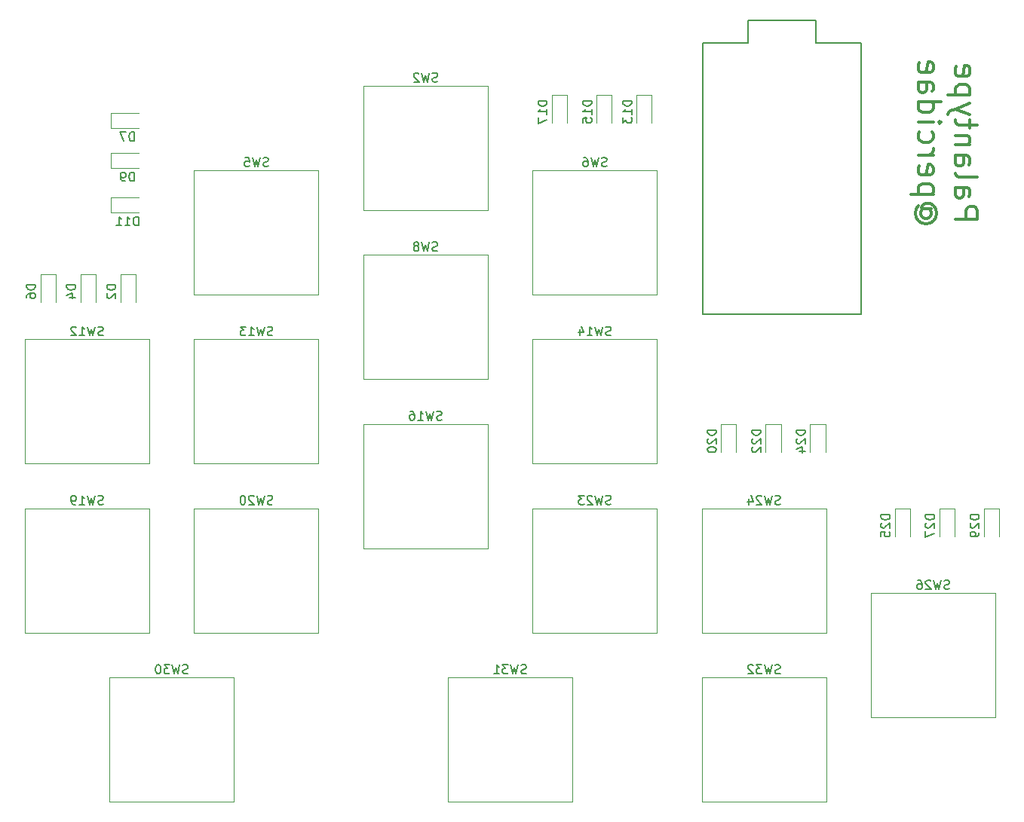
<source format=gbr>
G04 #@! TF.GenerationSoftware,KiCad,Pcbnew,(5.0.0)*
G04 #@! TF.CreationDate,2018-08-07T19:49:38+02:00*
G04 #@! TF.ProjectId,Palantype,50616C616E747970652E6B696361645F,rev?*
G04 #@! TF.SameCoordinates,Original*
G04 #@! TF.FileFunction,Legend,Bot*
G04 #@! TF.FilePolarity,Positive*
%FSLAX46Y46*%
G04 Gerber Fmt 4.6, Leading zero omitted, Abs format (unit mm)*
G04 Created by KiCad (PCBNEW (5.0.0)) date 08/07/18 19:49:38*
%MOMM*%
%LPD*%
G01*
G04 APERTURE LIST*
%ADD10C,0.375000*%
%ADD11C,0.120000*%
%ADD12C,0.150000*%
G04 APERTURE END LIST*
D10*
X155931547Y-66571428D02*
X158431547Y-66571428D01*
X158431547Y-65619047D01*
X158312500Y-65380952D01*
X158193452Y-65261904D01*
X157955357Y-65142857D01*
X157598214Y-65142857D01*
X157360119Y-65261904D01*
X157241071Y-65380952D01*
X157122023Y-65619047D01*
X157122023Y-66571428D01*
X155931547Y-63000000D02*
X157241071Y-63000000D01*
X157479166Y-63119047D01*
X157598214Y-63357142D01*
X157598214Y-63833333D01*
X157479166Y-64071428D01*
X156050595Y-63000000D02*
X155931547Y-63238095D01*
X155931547Y-63833333D01*
X156050595Y-64071428D01*
X156288690Y-64190476D01*
X156526785Y-64190476D01*
X156764880Y-64071428D01*
X156883928Y-63833333D01*
X156883928Y-63238095D01*
X157002976Y-63000000D01*
X155931547Y-61452380D02*
X156050595Y-61690476D01*
X156288690Y-61809523D01*
X158431547Y-61809523D01*
X155931547Y-59428571D02*
X157241071Y-59428571D01*
X157479166Y-59547619D01*
X157598214Y-59785714D01*
X157598214Y-60261904D01*
X157479166Y-60500000D01*
X156050595Y-59428571D02*
X155931547Y-59666666D01*
X155931547Y-60261904D01*
X156050595Y-60500000D01*
X156288690Y-60619047D01*
X156526785Y-60619047D01*
X156764880Y-60500000D01*
X156883928Y-60261904D01*
X156883928Y-59666666D01*
X157002976Y-59428571D01*
X157598214Y-58238095D02*
X155931547Y-58238095D01*
X157360119Y-58238095D02*
X157479166Y-58119047D01*
X157598214Y-57880952D01*
X157598214Y-57523809D01*
X157479166Y-57285714D01*
X157241071Y-57166666D01*
X155931547Y-57166666D01*
X157598214Y-56333333D02*
X157598214Y-55380952D01*
X158431547Y-55976190D02*
X156288690Y-55976190D01*
X156050595Y-55857142D01*
X155931547Y-55619047D01*
X155931547Y-55380952D01*
X157598214Y-54785714D02*
X155931547Y-54190476D01*
X157598214Y-53595238D02*
X155931547Y-54190476D01*
X155336309Y-54428571D01*
X155217261Y-54547619D01*
X155098214Y-54785714D01*
X157598214Y-52642857D02*
X155098214Y-52642857D01*
X157479166Y-52642857D02*
X157598214Y-52404761D01*
X157598214Y-51928571D01*
X157479166Y-51690476D01*
X157360119Y-51571428D01*
X157122023Y-51452380D01*
X156407738Y-51452380D01*
X156169642Y-51571428D01*
X156050595Y-51690476D01*
X155931547Y-51928571D01*
X155931547Y-52404761D01*
X156050595Y-52642857D01*
X156050595Y-49428571D02*
X155931547Y-49666666D01*
X155931547Y-50142857D01*
X156050595Y-50380952D01*
X156288690Y-50500000D01*
X157241071Y-50500000D01*
X157479166Y-50380952D01*
X157598214Y-50142857D01*
X157598214Y-49666666D01*
X157479166Y-49428571D01*
X157241071Y-49309523D01*
X157002976Y-49309523D01*
X156764880Y-50500000D01*
X152997023Y-65440476D02*
X153116071Y-65559523D01*
X153235119Y-65797619D01*
X153235119Y-66035714D01*
X153116071Y-66273809D01*
X152997023Y-66392857D01*
X152758928Y-66511904D01*
X152520833Y-66511904D01*
X152282738Y-66392857D01*
X152163690Y-66273809D01*
X152044642Y-66035714D01*
X152044642Y-65797619D01*
X152163690Y-65559523D01*
X152282738Y-65440476D01*
X153235119Y-65440476D02*
X152282738Y-65440476D01*
X152163690Y-65321428D01*
X152163690Y-65202380D01*
X152282738Y-64964285D01*
X152520833Y-64845238D01*
X153116071Y-64845238D01*
X153473214Y-65083333D01*
X153711309Y-65440476D01*
X153830357Y-65916666D01*
X153711309Y-66392857D01*
X153473214Y-66750000D01*
X153116071Y-66988095D01*
X152639880Y-67107142D01*
X152163690Y-66988095D01*
X151806547Y-66750000D01*
X151568452Y-66392857D01*
X151449404Y-65916666D01*
X151568452Y-65440476D01*
X151806547Y-65083333D01*
X153473214Y-63773809D02*
X150973214Y-63773809D01*
X153354166Y-63773809D02*
X153473214Y-63535714D01*
X153473214Y-63059523D01*
X153354166Y-62821428D01*
X153235119Y-62702380D01*
X152997023Y-62583333D01*
X152282738Y-62583333D01*
X152044642Y-62702380D01*
X151925595Y-62821428D01*
X151806547Y-63059523D01*
X151806547Y-63535714D01*
X151925595Y-63773809D01*
X151925595Y-60559523D02*
X151806547Y-60797619D01*
X151806547Y-61273809D01*
X151925595Y-61511904D01*
X152163690Y-61630952D01*
X153116071Y-61630952D01*
X153354166Y-61511904D01*
X153473214Y-61273809D01*
X153473214Y-60797619D01*
X153354166Y-60559523D01*
X153116071Y-60440476D01*
X152877976Y-60440476D01*
X152639880Y-61630952D01*
X151806547Y-59369047D02*
X153473214Y-59369047D01*
X152997023Y-59369047D02*
X153235119Y-59250000D01*
X153354166Y-59130952D01*
X153473214Y-58892857D01*
X153473214Y-58654761D01*
X151925595Y-56750000D02*
X151806547Y-56988095D01*
X151806547Y-57464285D01*
X151925595Y-57702380D01*
X152044642Y-57821428D01*
X152282738Y-57940476D01*
X152997023Y-57940476D01*
X153235119Y-57821428D01*
X153354166Y-57702380D01*
X153473214Y-57464285D01*
X153473214Y-56988095D01*
X153354166Y-56750000D01*
X151806547Y-55678571D02*
X153473214Y-55678571D01*
X154306547Y-55678571D02*
X154187500Y-55797619D01*
X154068452Y-55678571D01*
X154187500Y-55559523D01*
X154306547Y-55678571D01*
X154068452Y-55678571D01*
X151806547Y-53416666D02*
X154306547Y-53416666D01*
X151925595Y-53416666D02*
X151806547Y-53654761D01*
X151806547Y-54130952D01*
X151925595Y-54369047D01*
X152044642Y-54488095D01*
X152282738Y-54607142D01*
X152997023Y-54607142D01*
X153235119Y-54488095D01*
X153354166Y-54369047D01*
X153473214Y-54130952D01*
X153473214Y-53654761D01*
X153354166Y-53416666D01*
X151806547Y-51154761D02*
X153116071Y-51154761D01*
X153354166Y-51273809D01*
X153473214Y-51511904D01*
X153473214Y-51988095D01*
X153354166Y-52226190D01*
X151925595Y-51154761D02*
X151806547Y-51392857D01*
X151806547Y-51988095D01*
X151925595Y-52226190D01*
X152163690Y-52345238D01*
X152401785Y-52345238D01*
X152639880Y-52226190D01*
X152758928Y-51988095D01*
X152758928Y-51392857D01*
X152877976Y-51154761D01*
X151925595Y-49011904D02*
X151806547Y-49250000D01*
X151806547Y-49726190D01*
X151925595Y-49964285D01*
X152163690Y-50083333D01*
X153116071Y-50083333D01*
X153354166Y-49964285D01*
X153473214Y-49726190D01*
X153473214Y-49250000D01*
X153354166Y-49011904D01*
X153116071Y-48892857D01*
X152877976Y-48892857D01*
X152639880Y-50083333D01*
D11*
G04 #@! TO.C,SW24*
X141445000Y-99095000D02*
X127475000Y-99095000D01*
X127475000Y-99095000D02*
X127475000Y-113065000D01*
X127475000Y-113065000D02*
X141445000Y-113065000D01*
X141445000Y-113065000D02*
X141445000Y-99095000D01*
G04 #@! TO.C,D2*
X62208271Y-72788257D02*
X62208271Y-75938257D01*
X63908271Y-72788257D02*
X63908271Y-75938257D01*
X62208271Y-72788257D02*
X63908271Y-72788257D01*
G04 #@! TO.C,D4*
X57708271Y-72788257D02*
X59408271Y-72788257D01*
X59408271Y-72788257D02*
X59408271Y-75938257D01*
X57708271Y-72788257D02*
X57708271Y-75938257D01*
G04 #@! TO.C,D6*
X53208271Y-72788257D02*
X53208271Y-75938257D01*
X54908271Y-72788257D02*
X54908271Y-75938257D01*
X53208271Y-72788257D02*
X54908271Y-72788257D01*
G04 #@! TO.C,D7*
X61100000Y-56350000D02*
X61100000Y-54650000D01*
X61100000Y-54650000D02*
X64250000Y-54650000D01*
X61100000Y-56350000D02*
X64250000Y-56350000D01*
G04 #@! TO.C,D9*
X61100000Y-60850000D02*
X64250000Y-60850000D01*
X61100000Y-59150000D02*
X64250000Y-59150000D01*
X61100000Y-60850000D02*
X61100000Y-59150000D01*
G04 #@! TO.C,D11*
X61100000Y-65850000D02*
X61100000Y-64150000D01*
X61100000Y-64150000D02*
X64250000Y-64150000D01*
X61100000Y-65850000D02*
X64250000Y-65850000D01*
G04 #@! TO.C,D13*
X120150000Y-52600000D02*
X120150000Y-55750000D01*
X121850000Y-52600000D02*
X121850000Y-55750000D01*
X120150000Y-52600000D02*
X121850000Y-52600000D01*
G04 #@! TO.C,D15*
X115650000Y-52600000D02*
X117350000Y-52600000D01*
X117350000Y-52600000D02*
X117350000Y-55750000D01*
X115650000Y-52600000D02*
X115650000Y-55750000D01*
G04 #@! TO.C,D17*
X110650000Y-52600000D02*
X112350000Y-52600000D01*
X112350000Y-52600000D02*
X112350000Y-55750000D01*
X110650000Y-52600000D02*
X110650000Y-55750000D01*
G04 #@! TO.C,D22*
X134650000Y-89600000D02*
X134650000Y-92750000D01*
X136350000Y-89600000D02*
X136350000Y-92750000D01*
X134650000Y-89600000D02*
X136350000Y-89600000D01*
G04 #@! TO.C,D24*
X139650000Y-89600000D02*
X141350000Y-89600000D01*
X141350000Y-89600000D02*
X141350000Y-92750000D01*
X139650000Y-89600000D02*
X139650000Y-92750000D01*
G04 #@! TO.C,D25*
X149150000Y-99100000D02*
X149150000Y-102250000D01*
X150850000Y-99100000D02*
X150850000Y-102250000D01*
X149150000Y-99100000D02*
X150850000Y-99100000D01*
G04 #@! TO.C,D27*
X154150000Y-99100000D02*
X155850000Y-99100000D01*
X155850000Y-99100000D02*
X155850000Y-102250000D01*
X154150000Y-99100000D02*
X154150000Y-102250000D01*
G04 #@! TO.C,D29*
X159150000Y-99100000D02*
X159150000Y-102250000D01*
X160850000Y-99100000D02*
X160850000Y-102250000D01*
X159150000Y-99100000D02*
X160850000Y-99100000D01*
G04 #@! TO.C,SW2*
X103445000Y-51595000D02*
X89475000Y-51595000D01*
X89475000Y-51595000D02*
X89475000Y-65565000D01*
X89475000Y-65565000D02*
X103445000Y-65565000D01*
X103445000Y-65565000D02*
X103445000Y-51595000D01*
G04 #@! TO.C,SW5*
X84445000Y-75065000D02*
X84445000Y-61095000D01*
X70475000Y-75065000D02*
X84445000Y-75065000D01*
X70475000Y-61095000D02*
X70475000Y-75065000D01*
X84445000Y-61095000D02*
X70475000Y-61095000D01*
G04 #@! TO.C,SW6*
X122445000Y-61095000D02*
X108475000Y-61095000D01*
X108475000Y-61095000D02*
X108475000Y-75065000D01*
X108475000Y-75065000D02*
X122445000Y-75065000D01*
X122445000Y-75065000D02*
X122445000Y-61095000D01*
G04 #@! TO.C,SW8*
X103445000Y-84565000D02*
X103445000Y-70595000D01*
X89475000Y-84565000D02*
X103445000Y-84565000D01*
X89475000Y-70595000D02*
X89475000Y-84565000D01*
X103445000Y-70595000D02*
X89475000Y-70595000D01*
G04 #@! TO.C,SW12*
X65445000Y-94065000D02*
X65445000Y-80095000D01*
X51475000Y-94065000D02*
X65445000Y-94065000D01*
X51475000Y-80095000D02*
X51475000Y-94065000D01*
X65445000Y-80095000D02*
X51475000Y-80095000D01*
G04 #@! TO.C,SW13*
X84445000Y-80095000D02*
X70475000Y-80095000D01*
X70475000Y-80095000D02*
X70475000Y-94065000D01*
X70475000Y-94065000D02*
X84445000Y-94065000D01*
X84445000Y-94065000D02*
X84445000Y-80095000D01*
G04 #@! TO.C,SW14*
X122445000Y-94065000D02*
X122445000Y-80095000D01*
X108475000Y-94065000D02*
X122445000Y-94065000D01*
X108475000Y-80095000D02*
X108475000Y-94065000D01*
X122445000Y-80095000D02*
X108475000Y-80095000D01*
G04 #@! TO.C,SW16*
X103445000Y-89595000D02*
X89475000Y-89595000D01*
X89475000Y-89595000D02*
X89475000Y-103565000D01*
X89475000Y-103565000D02*
X103445000Y-103565000D01*
X103445000Y-103565000D02*
X103445000Y-89595000D01*
G04 #@! TO.C,SW19*
X65445000Y-99095000D02*
X51475000Y-99095000D01*
X51475000Y-99095000D02*
X51475000Y-113065000D01*
X51475000Y-113065000D02*
X65445000Y-113065000D01*
X65445000Y-113065000D02*
X65445000Y-99095000D01*
G04 #@! TO.C,SW20*
X84445000Y-113065000D02*
X84445000Y-99095000D01*
X70475000Y-113065000D02*
X84445000Y-113065000D01*
X70475000Y-99095000D02*
X70475000Y-113065000D01*
X84445000Y-99095000D02*
X70475000Y-99095000D01*
G04 #@! TO.C,SW23*
X122445000Y-113065000D02*
X122445000Y-99095000D01*
X108475000Y-113065000D02*
X122445000Y-113065000D01*
X108475000Y-99095000D02*
X108475000Y-113065000D01*
X122445000Y-99095000D02*
X108475000Y-99095000D01*
G04 #@! TO.C,SW26*
X160445000Y-122565000D02*
X160445000Y-108595000D01*
X146475000Y-122565000D02*
X160445000Y-122565000D01*
X146475000Y-108595000D02*
X146475000Y-122565000D01*
X160445000Y-108595000D02*
X146475000Y-108595000D01*
G04 #@! TO.C,SW30*
X74945000Y-118095000D02*
X60975000Y-118095000D01*
X60975000Y-118095000D02*
X60975000Y-132065000D01*
X60975000Y-132065000D02*
X74945000Y-132065000D01*
X74945000Y-132065000D02*
X74945000Y-118095000D01*
G04 #@! TO.C,SW31*
X112945000Y-132065000D02*
X112945000Y-118095000D01*
X98975000Y-132065000D02*
X112945000Y-132065000D01*
X98975000Y-118095000D02*
X98975000Y-132065000D01*
X112945000Y-118095000D02*
X98975000Y-118095000D01*
G04 #@! TO.C,SW32*
X141445000Y-118095000D02*
X127475000Y-118095000D01*
X127475000Y-118095000D02*
X127475000Y-132065000D01*
X127475000Y-132065000D02*
X141445000Y-132065000D01*
X141445000Y-132065000D02*
X141445000Y-118095000D01*
D12*
G04 #@! TO.C,U1*
X145390000Y-77240000D02*
X127610000Y-77240000D01*
X127610000Y-77240000D02*
X127610000Y-46760000D01*
X127610000Y-46760000D02*
X132690000Y-46760000D01*
X132690000Y-46760000D02*
X132690000Y-44220000D01*
X132690000Y-44220000D02*
X140310000Y-44220000D01*
X140310000Y-44220000D02*
X140310000Y-46760000D01*
X140310000Y-46760000D02*
X145390000Y-46760000D01*
X145390000Y-46760000D02*
X145390000Y-77240000D01*
D11*
G04 #@! TO.C,D20*
X129650000Y-89600000D02*
X131350000Y-89600000D01*
X131350000Y-89600000D02*
X131350000Y-92750000D01*
X129650000Y-89600000D02*
X129650000Y-92750000D01*
G04 #@! TO.C,SW24*
D12*
X136269523Y-98610761D02*
X136126666Y-98658380D01*
X135888571Y-98658380D01*
X135793333Y-98610761D01*
X135745714Y-98563142D01*
X135698095Y-98467904D01*
X135698095Y-98372666D01*
X135745714Y-98277428D01*
X135793333Y-98229809D01*
X135888571Y-98182190D01*
X136079047Y-98134571D01*
X136174285Y-98086952D01*
X136221904Y-98039333D01*
X136269523Y-97944095D01*
X136269523Y-97848857D01*
X136221904Y-97753619D01*
X136174285Y-97706000D01*
X136079047Y-97658380D01*
X135840952Y-97658380D01*
X135698095Y-97706000D01*
X135364761Y-97658380D02*
X135126666Y-98658380D01*
X134936190Y-97944095D01*
X134745714Y-98658380D01*
X134507619Y-97658380D01*
X134174285Y-97753619D02*
X134126666Y-97706000D01*
X134031428Y-97658380D01*
X133793333Y-97658380D01*
X133698095Y-97706000D01*
X133650476Y-97753619D01*
X133602857Y-97848857D01*
X133602857Y-97944095D01*
X133650476Y-98086952D01*
X134221904Y-98658380D01*
X133602857Y-98658380D01*
X132745714Y-97991714D02*
X132745714Y-98658380D01*
X132983809Y-97610761D02*
X133221904Y-98325047D01*
X132602857Y-98325047D01*
G04 #@! TO.C,D2*
X61660651Y-73950161D02*
X60660651Y-73950161D01*
X60660651Y-74188257D01*
X60708271Y-74331114D01*
X60803509Y-74426352D01*
X60898747Y-74473971D01*
X61089223Y-74521590D01*
X61232080Y-74521590D01*
X61422556Y-74473971D01*
X61517794Y-74426352D01*
X61613032Y-74331114D01*
X61660651Y-74188257D01*
X61660651Y-73950161D01*
X60755890Y-74902542D02*
X60708271Y-74950161D01*
X60660651Y-75045399D01*
X60660651Y-75283495D01*
X60708271Y-75378733D01*
X60755890Y-75426352D01*
X60851128Y-75473971D01*
X60946366Y-75473971D01*
X61089223Y-75426352D01*
X61660651Y-74854923D01*
X61660651Y-75473971D01*
G04 #@! TO.C,D4*
X57160651Y-73950161D02*
X56160651Y-73950161D01*
X56160651Y-74188257D01*
X56208271Y-74331114D01*
X56303509Y-74426352D01*
X56398747Y-74473971D01*
X56589223Y-74521590D01*
X56732080Y-74521590D01*
X56922556Y-74473971D01*
X57017794Y-74426352D01*
X57113032Y-74331114D01*
X57160651Y-74188257D01*
X57160651Y-73950161D01*
X56493985Y-75378733D02*
X57160651Y-75378733D01*
X56113032Y-75140637D02*
X56827318Y-74902542D01*
X56827318Y-75521590D01*
G04 #@! TO.C,D6*
X52660651Y-73950161D02*
X51660651Y-73950161D01*
X51660651Y-74188257D01*
X51708271Y-74331114D01*
X51803509Y-74426352D01*
X51898747Y-74473971D01*
X52089223Y-74521590D01*
X52232080Y-74521590D01*
X52422556Y-74473971D01*
X52517794Y-74426352D01*
X52613032Y-74331114D01*
X52660651Y-74188257D01*
X52660651Y-73950161D01*
X51660651Y-75378733D02*
X51660651Y-75188257D01*
X51708271Y-75093018D01*
X51755890Y-75045399D01*
X51898747Y-74950161D01*
X52089223Y-74902542D01*
X52470175Y-74902542D01*
X52565413Y-74950161D01*
X52613032Y-74997780D01*
X52660651Y-75093018D01*
X52660651Y-75283495D01*
X52613032Y-75378733D01*
X52565413Y-75426352D01*
X52470175Y-75473971D01*
X52232080Y-75473971D01*
X52136842Y-75426352D01*
X52089223Y-75378733D01*
X52041604Y-75283495D01*
X52041604Y-75093018D01*
X52089223Y-74997780D01*
X52136842Y-74950161D01*
X52232080Y-74902542D01*
G04 #@! TO.C,D7*
X63738095Y-57802380D02*
X63738095Y-56802380D01*
X63500000Y-56802380D01*
X63357142Y-56850000D01*
X63261904Y-56945238D01*
X63214285Y-57040476D01*
X63166666Y-57230952D01*
X63166666Y-57373809D01*
X63214285Y-57564285D01*
X63261904Y-57659523D01*
X63357142Y-57754761D01*
X63500000Y-57802380D01*
X63738095Y-57802380D01*
X62833333Y-56802380D02*
X62166666Y-56802380D01*
X62595238Y-57802380D01*
G04 #@! TO.C,D9*
X63738095Y-62302380D02*
X63738095Y-61302380D01*
X63500000Y-61302380D01*
X63357142Y-61350000D01*
X63261904Y-61445238D01*
X63214285Y-61540476D01*
X63166666Y-61730952D01*
X63166666Y-61873809D01*
X63214285Y-62064285D01*
X63261904Y-62159523D01*
X63357142Y-62254761D01*
X63500000Y-62302380D01*
X63738095Y-62302380D01*
X62690476Y-62302380D02*
X62500000Y-62302380D01*
X62404761Y-62254761D01*
X62357142Y-62207142D01*
X62261904Y-62064285D01*
X62214285Y-61873809D01*
X62214285Y-61492857D01*
X62261904Y-61397619D01*
X62309523Y-61350000D01*
X62404761Y-61302380D01*
X62595238Y-61302380D01*
X62690476Y-61350000D01*
X62738095Y-61397619D01*
X62785714Y-61492857D01*
X62785714Y-61730952D01*
X62738095Y-61826190D01*
X62690476Y-61873809D01*
X62595238Y-61921428D01*
X62404761Y-61921428D01*
X62309523Y-61873809D01*
X62261904Y-61826190D01*
X62214285Y-61730952D01*
G04 #@! TO.C,D11*
X64214285Y-67302380D02*
X64214285Y-66302380D01*
X63976190Y-66302380D01*
X63833333Y-66350000D01*
X63738095Y-66445238D01*
X63690476Y-66540476D01*
X63642857Y-66730952D01*
X63642857Y-66873809D01*
X63690476Y-67064285D01*
X63738095Y-67159523D01*
X63833333Y-67254761D01*
X63976190Y-67302380D01*
X64214285Y-67302380D01*
X62690476Y-67302380D02*
X63261904Y-67302380D01*
X62976190Y-67302380D02*
X62976190Y-66302380D01*
X63071428Y-66445238D01*
X63166666Y-66540476D01*
X63261904Y-66588095D01*
X61738095Y-67302380D02*
X62309523Y-67302380D01*
X62023809Y-67302380D02*
X62023809Y-66302380D01*
X62119047Y-66445238D01*
X62214285Y-66540476D01*
X62309523Y-66588095D01*
G04 #@! TO.C,D13*
X119602380Y-53285714D02*
X118602380Y-53285714D01*
X118602380Y-53523809D01*
X118650000Y-53666666D01*
X118745238Y-53761904D01*
X118840476Y-53809523D01*
X119030952Y-53857142D01*
X119173809Y-53857142D01*
X119364285Y-53809523D01*
X119459523Y-53761904D01*
X119554761Y-53666666D01*
X119602380Y-53523809D01*
X119602380Y-53285714D01*
X119602380Y-54809523D02*
X119602380Y-54238095D01*
X119602380Y-54523809D02*
X118602380Y-54523809D01*
X118745238Y-54428571D01*
X118840476Y-54333333D01*
X118888095Y-54238095D01*
X118602380Y-55142857D02*
X118602380Y-55761904D01*
X118983333Y-55428571D01*
X118983333Y-55571428D01*
X119030952Y-55666666D01*
X119078571Y-55714285D01*
X119173809Y-55761904D01*
X119411904Y-55761904D01*
X119507142Y-55714285D01*
X119554761Y-55666666D01*
X119602380Y-55571428D01*
X119602380Y-55285714D01*
X119554761Y-55190476D01*
X119507142Y-55142857D01*
G04 #@! TO.C,D15*
X115102380Y-53285714D02*
X114102380Y-53285714D01*
X114102380Y-53523809D01*
X114150000Y-53666666D01*
X114245238Y-53761904D01*
X114340476Y-53809523D01*
X114530952Y-53857142D01*
X114673809Y-53857142D01*
X114864285Y-53809523D01*
X114959523Y-53761904D01*
X115054761Y-53666666D01*
X115102380Y-53523809D01*
X115102380Y-53285714D01*
X115102380Y-54809523D02*
X115102380Y-54238095D01*
X115102380Y-54523809D02*
X114102380Y-54523809D01*
X114245238Y-54428571D01*
X114340476Y-54333333D01*
X114388095Y-54238095D01*
X114102380Y-55714285D02*
X114102380Y-55238095D01*
X114578571Y-55190476D01*
X114530952Y-55238095D01*
X114483333Y-55333333D01*
X114483333Y-55571428D01*
X114530952Y-55666666D01*
X114578571Y-55714285D01*
X114673809Y-55761904D01*
X114911904Y-55761904D01*
X115007142Y-55714285D01*
X115054761Y-55666666D01*
X115102380Y-55571428D01*
X115102380Y-55333333D01*
X115054761Y-55238095D01*
X115007142Y-55190476D01*
G04 #@! TO.C,D17*
X110102380Y-53285714D02*
X109102380Y-53285714D01*
X109102380Y-53523809D01*
X109150000Y-53666666D01*
X109245238Y-53761904D01*
X109340476Y-53809523D01*
X109530952Y-53857142D01*
X109673809Y-53857142D01*
X109864285Y-53809523D01*
X109959523Y-53761904D01*
X110054761Y-53666666D01*
X110102380Y-53523809D01*
X110102380Y-53285714D01*
X110102380Y-54809523D02*
X110102380Y-54238095D01*
X110102380Y-54523809D02*
X109102380Y-54523809D01*
X109245238Y-54428571D01*
X109340476Y-54333333D01*
X109388095Y-54238095D01*
X109102380Y-55142857D02*
X109102380Y-55809523D01*
X110102380Y-55380952D01*
G04 #@! TO.C,D22*
X134102380Y-90285714D02*
X133102380Y-90285714D01*
X133102380Y-90523809D01*
X133150000Y-90666666D01*
X133245238Y-90761904D01*
X133340476Y-90809523D01*
X133530952Y-90857142D01*
X133673809Y-90857142D01*
X133864285Y-90809523D01*
X133959523Y-90761904D01*
X134054761Y-90666666D01*
X134102380Y-90523809D01*
X134102380Y-90285714D01*
X133197619Y-91238095D02*
X133150000Y-91285714D01*
X133102380Y-91380952D01*
X133102380Y-91619047D01*
X133150000Y-91714285D01*
X133197619Y-91761904D01*
X133292857Y-91809523D01*
X133388095Y-91809523D01*
X133530952Y-91761904D01*
X134102380Y-91190476D01*
X134102380Y-91809523D01*
X133197619Y-92190476D02*
X133150000Y-92238095D01*
X133102380Y-92333333D01*
X133102380Y-92571428D01*
X133150000Y-92666666D01*
X133197619Y-92714285D01*
X133292857Y-92761904D01*
X133388095Y-92761904D01*
X133530952Y-92714285D01*
X134102380Y-92142857D01*
X134102380Y-92761904D01*
G04 #@! TO.C,D24*
X139102380Y-90285714D02*
X138102380Y-90285714D01*
X138102380Y-90523809D01*
X138150000Y-90666666D01*
X138245238Y-90761904D01*
X138340476Y-90809523D01*
X138530952Y-90857142D01*
X138673809Y-90857142D01*
X138864285Y-90809523D01*
X138959523Y-90761904D01*
X139054761Y-90666666D01*
X139102380Y-90523809D01*
X139102380Y-90285714D01*
X138197619Y-91238095D02*
X138150000Y-91285714D01*
X138102380Y-91380952D01*
X138102380Y-91619047D01*
X138150000Y-91714285D01*
X138197619Y-91761904D01*
X138292857Y-91809523D01*
X138388095Y-91809523D01*
X138530952Y-91761904D01*
X139102380Y-91190476D01*
X139102380Y-91809523D01*
X138435714Y-92666666D02*
X139102380Y-92666666D01*
X138054761Y-92428571D02*
X138769047Y-92190476D01*
X138769047Y-92809523D01*
G04 #@! TO.C,D25*
X148602380Y-99785714D02*
X147602380Y-99785714D01*
X147602380Y-100023809D01*
X147650000Y-100166666D01*
X147745238Y-100261904D01*
X147840476Y-100309523D01*
X148030952Y-100357142D01*
X148173809Y-100357142D01*
X148364285Y-100309523D01*
X148459523Y-100261904D01*
X148554761Y-100166666D01*
X148602380Y-100023809D01*
X148602380Y-99785714D01*
X147697619Y-100738095D02*
X147650000Y-100785714D01*
X147602380Y-100880952D01*
X147602380Y-101119047D01*
X147650000Y-101214285D01*
X147697619Y-101261904D01*
X147792857Y-101309523D01*
X147888095Y-101309523D01*
X148030952Y-101261904D01*
X148602380Y-100690476D01*
X148602380Y-101309523D01*
X147602380Y-102214285D02*
X147602380Y-101738095D01*
X148078571Y-101690476D01*
X148030952Y-101738095D01*
X147983333Y-101833333D01*
X147983333Y-102071428D01*
X148030952Y-102166666D01*
X148078571Y-102214285D01*
X148173809Y-102261904D01*
X148411904Y-102261904D01*
X148507142Y-102214285D01*
X148554761Y-102166666D01*
X148602380Y-102071428D01*
X148602380Y-101833333D01*
X148554761Y-101738095D01*
X148507142Y-101690476D01*
G04 #@! TO.C,D27*
X153602380Y-99785714D02*
X152602380Y-99785714D01*
X152602380Y-100023809D01*
X152650000Y-100166666D01*
X152745238Y-100261904D01*
X152840476Y-100309523D01*
X153030952Y-100357142D01*
X153173809Y-100357142D01*
X153364285Y-100309523D01*
X153459523Y-100261904D01*
X153554761Y-100166666D01*
X153602380Y-100023809D01*
X153602380Y-99785714D01*
X152697619Y-100738095D02*
X152650000Y-100785714D01*
X152602380Y-100880952D01*
X152602380Y-101119047D01*
X152650000Y-101214285D01*
X152697619Y-101261904D01*
X152792857Y-101309523D01*
X152888095Y-101309523D01*
X153030952Y-101261904D01*
X153602380Y-100690476D01*
X153602380Y-101309523D01*
X152602380Y-101642857D02*
X152602380Y-102309523D01*
X153602380Y-101880952D01*
G04 #@! TO.C,D29*
X158602380Y-99785714D02*
X157602380Y-99785714D01*
X157602380Y-100023809D01*
X157650000Y-100166666D01*
X157745238Y-100261904D01*
X157840476Y-100309523D01*
X158030952Y-100357142D01*
X158173809Y-100357142D01*
X158364285Y-100309523D01*
X158459523Y-100261904D01*
X158554761Y-100166666D01*
X158602380Y-100023809D01*
X158602380Y-99785714D01*
X157697619Y-100738095D02*
X157650000Y-100785714D01*
X157602380Y-100880952D01*
X157602380Y-101119047D01*
X157650000Y-101214285D01*
X157697619Y-101261904D01*
X157792857Y-101309523D01*
X157888095Y-101309523D01*
X158030952Y-101261904D01*
X158602380Y-100690476D01*
X158602380Y-101309523D01*
X158602380Y-101785714D02*
X158602380Y-101976190D01*
X158554761Y-102071428D01*
X158507142Y-102119047D01*
X158364285Y-102214285D01*
X158173809Y-102261904D01*
X157792857Y-102261904D01*
X157697619Y-102214285D01*
X157650000Y-102166666D01*
X157602380Y-102071428D01*
X157602380Y-101880952D01*
X157650000Y-101785714D01*
X157697619Y-101738095D01*
X157792857Y-101690476D01*
X158030952Y-101690476D01*
X158126190Y-101738095D01*
X158173809Y-101785714D01*
X158221428Y-101880952D01*
X158221428Y-102071428D01*
X158173809Y-102166666D01*
X158126190Y-102214285D01*
X158030952Y-102261904D01*
G04 #@! TO.C,SW2*
X97793333Y-51110761D02*
X97650476Y-51158380D01*
X97412380Y-51158380D01*
X97317142Y-51110761D01*
X97269523Y-51063142D01*
X97221904Y-50967904D01*
X97221904Y-50872666D01*
X97269523Y-50777428D01*
X97317142Y-50729809D01*
X97412380Y-50682190D01*
X97602857Y-50634571D01*
X97698095Y-50586952D01*
X97745714Y-50539333D01*
X97793333Y-50444095D01*
X97793333Y-50348857D01*
X97745714Y-50253619D01*
X97698095Y-50206000D01*
X97602857Y-50158380D01*
X97364761Y-50158380D01*
X97221904Y-50206000D01*
X96888571Y-50158380D02*
X96650476Y-51158380D01*
X96460000Y-50444095D01*
X96269523Y-51158380D01*
X96031428Y-50158380D01*
X95698095Y-50253619D02*
X95650476Y-50206000D01*
X95555238Y-50158380D01*
X95317142Y-50158380D01*
X95221904Y-50206000D01*
X95174285Y-50253619D01*
X95126666Y-50348857D01*
X95126666Y-50444095D01*
X95174285Y-50586952D01*
X95745714Y-51158380D01*
X95126666Y-51158380D01*
G04 #@! TO.C,SW5*
X78793333Y-60610761D02*
X78650476Y-60658380D01*
X78412380Y-60658380D01*
X78317142Y-60610761D01*
X78269523Y-60563142D01*
X78221904Y-60467904D01*
X78221904Y-60372666D01*
X78269523Y-60277428D01*
X78317142Y-60229809D01*
X78412380Y-60182190D01*
X78602857Y-60134571D01*
X78698095Y-60086952D01*
X78745714Y-60039333D01*
X78793333Y-59944095D01*
X78793333Y-59848857D01*
X78745714Y-59753619D01*
X78698095Y-59706000D01*
X78602857Y-59658380D01*
X78364761Y-59658380D01*
X78221904Y-59706000D01*
X77888571Y-59658380D02*
X77650476Y-60658380D01*
X77460000Y-59944095D01*
X77269523Y-60658380D01*
X77031428Y-59658380D01*
X76174285Y-59658380D02*
X76650476Y-59658380D01*
X76698095Y-60134571D01*
X76650476Y-60086952D01*
X76555238Y-60039333D01*
X76317142Y-60039333D01*
X76221904Y-60086952D01*
X76174285Y-60134571D01*
X76126666Y-60229809D01*
X76126666Y-60467904D01*
X76174285Y-60563142D01*
X76221904Y-60610761D01*
X76317142Y-60658380D01*
X76555238Y-60658380D01*
X76650476Y-60610761D01*
X76698095Y-60563142D01*
G04 #@! TO.C,SW6*
X116793333Y-60610761D02*
X116650476Y-60658380D01*
X116412380Y-60658380D01*
X116317142Y-60610761D01*
X116269523Y-60563142D01*
X116221904Y-60467904D01*
X116221904Y-60372666D01*
X116269523Y-60277428D01*
X116317142Y-60229809D01*
X116412380Y-60182190D01*
X116602857Y-60134571D01*
X116698095Y-60086952D01*
X116745714Y-60039333D01*
X116793333Y-59944095D01*
X116793333Y-59848857D01*
X116745714Y-59753619D01*
X116698095Y-59706000D01*
X116602857Y-59658380D01*
X116364761Y-59658380D01*
X116221904Y-59706000D01*
X115888571Y-59658380D02*
X115650476Y-60658380D01*
X115460000Y-59944095D01*
X115269523Y-60658380D01*
X115031428Y-59658380D01*
X114221904Y-59658380D02*
X114412380Y-59658380D01*
X114507619Y-59706000D01*
X114555238Y-59753619D01*
X114650476Y-59896476D01*
X114698095Y-60086952D01*
X114698095Y-60467904D01*
X114650476Y-60563142D01*
X114602857Y-60610761D01*
X114507619Y-60658380D01*
X114317142Y-60658380D01*
X114221904Y-60610761D01*
X114174285Y-60563142D01*
X114126666Y-60467904D01*
X114126666Y-60229809D01*
X114174285Y-60134571D01*
X114221904Y-60086952D01*
X114317142Y-60039333D01*
X114507619Y-60039333D01*
X114602857Y-60086952D01*
X114650476Y-60134571D01*
X114698095Y-60229809D01*
G04 #@! TO.C,SW8*
X97793333Y-70110761D02*
X97650476Y-70158380D01*
X97412380Y-70158380D01*
X97317142Y-70110761D01*
X97269523Y-70063142D01*
X97221904Y-69967904D01*
X97221904Y-69872666D01*
X97269523Y-69777428D01*
X97317142Y-69729809D01*
X97412380Y-69682190D01*
X97602857Y-69634571D01*
X97698095Y-69586952D01*
X97745714Y-69539333D01*
X97793333Y-69444095D01*
X97793333Y-69348857D01*
X97745714Y-69253619D01*
X97698095Y-69206000D01*
X97602857Y-69158380D01*
X97364761Y-69158380D01*
X97221904Y-69206000D01*
X96888571Y-69158380D02*
X96650476Y-70158380D01*
X96460000Y-69444095D01*
X96269523Y-70158380D01*
X96031428Y-69158380D01*
X95507619Y-69586952D02*
X95602857Y-69539333D01*
X95650476Y-69491714D01*
X95698095Y-69396476D01*
X95698095Y-69348857D01*
X95650476Y-69253619D01*
X95602857Y-69206000D01*
X95507619Y-69158380D01*
X95317142Y-69158380D01*
X95221904Y-69206000D01*
X95174285Y-69253619D01*
X95126666Y-69348857D01*
X95126666Y-69396476D01*
X95174285Y-69491714D01*
X95221904Y-69539333D01*
X95317142Y-69586952D01*
X95507619Y-69586952D01*
X95602857Y-69634571D01*
X95650476Y-69682190D01*
X95698095Y-69777428D01*
X95698095Y-69967904D01*
X95650476Y-70063142D01*
X95602857Y-70110761D01*
X95507619Y-70158380D01*
X95317142Y-70158380D01*
X95221904Y-70110761D01*
X95174285Y-70063142D01*
X95126666Y-69967904D01*
X95126666Y-69777428D01*
X95174285Y-69682190D01*
X95221904Y-69634571D01*
X95317142Y-69586952D01*
G04 #@! TO.C,SW12*
X60269523Y-79610761D02*
X60126666Y-79658380D01*
X59888571Y-79658380D01*
X59793333Y-79610761D01*
X59745714Y-79563142D01*
X59698095Y-79467904D01*
X59698095Y-79372666D01*
X59745714Y-79277428D01*
X59793333Y-79229809D01*
X59888571Y-79182190D01*
X60079047Y-79134571D01*
X60174285Y-79086952D01*
X60221904Y-79039333D01*
X60269523Y-78944095D01*
X60269523Y-78848857D01*
X60221904Y-78753619D01*
X60174285Y-78706000D01*
X60079047Y-78658380D01*
X59840952Y-78658380D01*
X59698095Y-78706000D01*
X59364761Y-78658380D02*
X59126666Y-79658380D01*
X58936190Y-78944095D01*
X58745714Y-79658380D01*
X58507619Y-78658380D01*
X57602857Y-79658380D02*
X58174285Y-79658380D01*
X57888571Y-79658380D02*
X57888571Y-78658380D01*
X57983809Y-78801238D01*
X58079047Y-78896476D01*
X58174285Y-78944095D01*
X57221904Y-78753619D02*
X57174285Y-78706000D01*
X57079047Y-78658380D01*
X56840952Y-78658380D01*
X56745714Y-78706000D01*
X56698095Y-78753619D01*
X56650476Y-78848857D01*
X56650476Y-78944095D01*
X56698095Y-79086952D01*
X57269523Y-79658380D01*
X56650476Y-79658380D01*
G04 #@! TO.C,SW13*
X79269523Y-79610761D02*
X79126666Y-79658380D01*
X78888571Y-79658380D01*
X78793333Y-79610761D01*
X78745714Y-79563142D01*
X78698095Y-79467904D01*
X78698095Y-79372666D01*
X78745714Y-79277428D01*
X78793333Y-79229809D01*
X78888571Y-79182190D01*
X79079047Y-79134571D01*
X79174285Y-79086952D01*
X79221904Y-79039333D01*
X79269523Y-78944095D01*
X79269523Y-78848857D01*
X79221904Y-78753619D01*
X79174285Y-78706000D01*
X79079047Y-78658380D01*
X78840952Y-78658380D01*
X78698095Y-78706000D01*
X78364761Y-78658380D02*
X78126666Y-79658380D01*
X77936190Y-78944095D01*
X77745714Y-79658380D01*
X77507619Y-78658380D01*
X76602857Y-79658380D02*
X77174285Y-79658380D01*
X76888571Y-79658380D02*
X76888571Y-78658380D01*
X76983809Y-78801238D01*
X77079047Y-78896476D01*
X77174285Y-78944095D01*
X76269523Y-78658380D02*
X75650476Y-78658380D01*
X75983809Y-79039333D01*
X75840952Y-79039333D01*
X75745714Y-79086952D01*
X75698095Y-79134571D01*
X75650476Y-79229809D01*
X75650476Y-79467904D01*
X75698095Y-79563142D01*
X75745714Y-79610761D01*
X75840952Y-79658380D01*
X76126666Y-79658380D01*
X76221904Y-79610761D01*
X76269523Y-79563142D01*
G04 #@! TO.C,SW14*
X117269523Y-79610761D02*
X117126666Y-79658380D01*
X116888571Y-79658380D01*
X116793333Y-79610761D01*
X116745714Y-79563142D01*
X116698095Y-79467904D01*
X116698095Y-79372666D01*
X116745714Y-79277428D01*
X116793333Y-79229809D01*
X116888571Y-79182190D01*
X117079047Y-79134571D01*
X117174285Y-79086952D01*
X117221904Y-79039333D01*
X117269523Y-78944095D01*
X117269523Y-78848857D01*
X117221904Y-78753619D01*
X117174285Y-78706000D01*
X117079047Y-78658380D01*
X116840952Y-78658380D01*
X116698095Y-78706000D01*
X116364761Y-78658380D02*
X116126666Y-79658380D01*
X115936190Y-78944095D01*
X115745714Y-79658380D01*
X115507619Y-78658380D01*
X114602857Y-79658380D02*
X115174285Y-79658380D01*
X114888571Y-79658380D02*
X114888571Y-78658380D01*
X114983809Y-78801238D01*
X115079047Y-78896476D01*
X115174285Y-78944095D01*
X113745714Y-78991714D02*
X113745714Y-79658380D01*
X113983809Y-78610761D02*
X114221904Y-79325047D01*
X113602857Y-79325047D01*
G04 #@! TO.C,SW16*
X98269523Y-89110761D02*
X98126666Y-89158380D01*
X97888571Y-89158380D01*
X97793333Y-89110761D01*
X97745714Y-89063142D01*
X97698095Y-88967904D01*
X97698095Y-88872666D01*
X97745714Y-88777428D01*
X97793333Y-88729809D01*
X97888571Y-88682190D01*
X98079047Y-88634571D01*
X98174285Y-88586952D01*
X98221904Y-88539333D01*
X98269523Y-88444095D01*
X98269523Y-88348857D01*
X98221904Y-88253619D01*
X98174285Y-88206000D01*
X98079047Y-88158380D01*
X97840952Y-88158380D01*
X97698095Y-88206000D01*
X97364761Y-88158380D02*
X97126666Y-89158380D01*
X96936190Y-88444095D01*
X96745714Y-89158380D01*
X96507619Y-88158380D01*
X95602857Y-89158380D02*
X96174285Y-89158380D01*
X95888571Y-89158380D02*
X95888571Y-88158380D01*
X95983809Y-88301238D01*
X96079047Y-88396476D01*
X96174285Y-88444095D01*
X94745714Y-88158380D02*
X94936190Y-88158380D01*
X95031428Y-88206000D01*
X95079047Y-88253619D01*
X95174285Y-88396476D01*
X95221904Y-88586952D01*
X95221904Y-88967904D01*
X95174285Y-89063142D01*
X95126666Y-89110761D01*
X95031428Y-89158380D01*
X94840952Y-89158380D01*
X94745714Y-89110761D01*
X94698095Y-89063142D01*
X94650476Y-88967904D01*
X94650476Y-88729809D01*
X94698095Y-88634571D01*
X94745714Y-88586952D01*
X94840952Y-88539333D01*
X95031428Y-88539333D01*
X95126666Y-88586952D01*
X95174285Y-88634571D01*
X95221904Y-88729809D01*
G04 #@! TO.C,SW19*
X60269523Y-98610761D02*
X60126666Y-98658380D01*
X59888571Y-98658380D01*
X59793333Y-98610761D01*
X59745714Y-98563142D01*
X59698095Y-98467904D01*
X59698095Y-98372666D01*
X59745714Y-98277428D01*
X59793333Y-98229809D01*
X59888571Y-98182190D01*
X60079047Y-98134571D01*
X60174285Y-98086952D01*
X60221904Y-98039333D01*
X60269523Y-97944095D01*
X60269523Y-97848857D01*
X60221904Y-97753619D01*
X60174285Y-97706000D01*
X60079047Y-97658380D01*
X59840952Y-97658380D01*
X59698095Y-97706000D01*
X59364761Y-97658380D02*
X59126666Y-98658380D01*
X58936190Y-97944095D01*
X58745714Y-98658380D01*
X58507619Y-97658380D01*
X57602857Y-98658380D02*
X58174285Y-98658380D01*
X57888571Y-98658380D02*
X57888571Y-97658380D01*
X57983809Y-97801238D01*
X58079047Y-97896476D01*
X58174285Y-97944095D01*
X57126666Y-98658380D02*
X56936190Y-98658380D01*
X56840952Y-98610761D01*
X56793333Y-98563142D01*
X56698095Y-98420285D01*
X56650476Y-98229809D01*
X56650476Y-97848857D01*
X56698095Y-97753619D01*
X56745714Y-97706000D01*
X56840952Y-97658380D01*
X57031428Y-97658380D01*
X57126666Y-97706000D01*
X57174285Y-97753619D01*
X57221904Y-97848857D01*
X57221904Y-98086952D01*
X57174285Y-98182190D01*
X57126666Y-98229809D01*
X57031428Y-98277428D01*
X56840952Y-98277428D01*
X56745714Y-98229809D01*
X56698095Y-98182190D01*
X56650476Y-98086952D01*
G04 #@! TO.C,SW20*
X79269523Y-98610761D02*
X79126666Y-98658380D01*
X78888571Y-98658380D01*
X78793333Y-98610761D01*
X78745714Y-98563142D01*
X78698095Y-98467904D01*
X78698095Y-98372666D01*
X78745714Y-98277428D01*
X78793333Y-98229809D01*
X78888571Y-98182190D01*
X79079047Y-98134571D01*
X79174285Y-98086952D01*
X79221904Y-98039333D01*
X79269523Y-97944095D01*
X79269523Y-97848857D01*
X79221904Y-97753619D01*
X79174285Y-97706000D01*
X79079047Y-97658380D01*
X78840952Y-97658380D01*
X78698095Y-97706000D01*
X78364761Y-97658380D02*
X78126666Y-98658380D01*
X77936190Y-97944095D01*
X77745714Y-98658380D01*
X77507619Y-97658380D01*
X77174285Y-97753619D02*
X77126666Y-97706000D01*
X77031428Y-97658380D01*
X76793333Y-97658380D01*
X76698095Y-97706000D01*
X76650476Y-97753619D01*
X76602857Y-97848857D01*
X76602857Y-97944095D01*
X76650476Y-98086952D01*
X77221904Y-98658380D01*
X76602857Y-98658380D01*
X75983809Y-97658380D02*
X75888571Y-97658380D01*
X75793333Y-97706000D01*
X75745714Y-97753619D01*
X75698095Y-97848857D01*
X75650476Y-98039333D01*
X75650476Y-98277428D01*
X75698095Y-98467904D01*
X75745714Y-98563142D01*
X75793333Y-98610761D01*
X75888571Y-98658380D01*
X75983809Y-98658380D01*
X76079047Y-98610761D01*
X76126666Y-98563142D01*
X76174285Y-98467904D01*
X76221904Y-98277428D01*
X76221904Y-98039333D01*
X76174285Y-97848857D01*
X76126666Y-97753619D01*
X76079047Y-97706000D01*
X75983809Y-97658380D01*
G04 #@! TO.C,SW23*
X117269523Y-98610761D02*
X117126666Y-98658380D01*
X116888571Y-98658380D01*
X116793333Y-98610761D01*
X116745714Y-98563142D01*
X116698095Y-98467904D01*
X116698095Y-98372666D01*
X116745714Y-98277428D01*
X116793333Y-98229809D01*
X116888571Y-98182190D01*
X117079047Y-98134571D01*
X117174285Y-98086952D01*
X117221904Y-98039333D01*
X117269523Y-97944095D01*
X117269523Y-97848857D01*
X117221904Y-97753619D01*
X117174285Y-97706000D01*
X117079047Y-97658380D01*
X116840952Y-97658380D01*
X116698095Y-97706000D01*
X116364761Y-97658380D02*
X116126666Y-98658380D01*
X115936190Y-97944095D01*
X115745714Y-98658380D01*
X115507619Y-97658380D01*
X115174285Y-97753619D02*
X115126666Y-97706000D01*
X115031428Y-97658380D01*
X114793333Y-97658380D01*
X114698095Y-97706000D01*
X114650476Y-97753619D01*
X114602857Y-97848857D01*
X114602857Y-97944095D01*
X114650476Y-98086952D01*
X115221904Y-98658380D01*
X114602857Y-98658380D01*
X114269523Y-97658380D02*
X113650476Y-97658380D01*
X113983809Y-98039333D01*
X113840952Y-98039333D01*
X113745714Y-98086952D01*
X113698095Y-98134571D01*
X113650476Y-98229809D01*
X113650476Y-98467904D01*
X113698095Y-98563142D01*
X113745714Y-98610761D01*
X113840952Y-98658380D01*
X114126666Y-98658380D01*
X114221904Y-98610761D01*
X114269523Y-98563142D01*
G04 #@! TO.C,SW26*
X155269523Y-108110761D02*
X155126666Y-108158380D01*
X154888571Y-108158380D01*
X154793333Y-108110761D01*
X154745714Y-108063142D01*
X154698095Y-107967904D01*
X154698095Y-107872666D01*
X154745714Y-107777428D01*
X154793333Y-107729809D01*
X154888571Y-107682190D01*
X155079047Y-107634571D01*
X155174285Y-107586952D01*
X155221904Y-107539333D01*
X155269523Y-107444095D01*
X155269523Y-107348857D01*
X155221904Y-107253619D01*
X155174285Y-107206000D01*
X155079047Y-107158380D01*
X154840952Y-107158380D01*
X154698095Y-107206000D01*
X154364761Y-107158380D02*
X154126666Y-108158380D01*
X153936190Y-107444095D01*
X153745714Y-108158380D01*
X153507619Y-107158380D01*
X153174285Y-107253619D02*
X153126666Y-107206000D01*
X153031428Y-107158380D01*
X152793333Y-107158380D01*
X152698095Y-107206000D01*
X152650476Y-107253619D01*
X152602857Y-107348857D01*
X152602857Y-107444095D01*
X152650476Y-107586952D01*
X153221904Y-108158380D01*
X152602857Y-108158380D01*
X151745714Y-107158380D02*
X151936190Y-107158380D01*
X152031428Y-107206000D01*
X152079047Y-107253619D01*
X152174285Y-107396476D01*
X152221904Y-107586952D01*
X152221904Y-107967904D01*
X152174285Y-108063142D01*
X152126666Y-108110761D01*
X152031428Y-108158380D01*
X151840952Y-108158380D01*
X151745714Y-108110761D01*
X151698095Y-108063142D01*
X151650476Y-107967904D01*
X151650476Y-107729809D01*
X151698095Y-107634571D01*
X151745714Y-107586952D01*
X151840952Y-107539333D01*
X152031428Y-107539333D01*
X152126666Y-107586952D01*
X152174285Y-107634571D01*
X152221904Y-107729809D01*
G04 #@! TO.C,SW30*
X69769523Y-117610761D02*
X69626666Y-117658380D01*
X69388571Y-117658380D01*
X69293333Y-117610761D01*
X69245714Y-117563142D01*
X69198095Y-117467904D01*
X69198095Y-117372666D01*
X69245714Y-117277428D01*
X69293333Y-117229809D01*
X69388571Y-117182190D01*
X69579047Y-117134571D01*
X69674285Y-117086952D01*
X69721904Y-117039333D01*
X69769523Y-116944095D01*
X69769523Y-116848857D01*
X69721904Y-116753619D01*
X69674285Y-116706000D01*
X69579047Y-116658380D01*
X69340952Y-116658380D01*
X69198095Y-116706000D01*
X68864761Y-116658380D02*
X68626666Y-117658380D01*
X68436190Y-116944095D01*
X68245714Y-117658380D01*
X68007619Y-116658380D01*
X67721904Y-116658380D02*
X67102857Y-116658380D01*
X67436190Y-117039333D01*
X67293333Y-117039333D01*
X67198095Y-117086952D01*
X67150476Y-117134571D01*
X67102857Y-117229809D01*
X67102857Y-117467904D01*
X67150476Y-117563142D01*
X67198095Y-117610761D01*
X67293333Y-117658380D01*
X67579047Y-117658380D01*
X67674285Y-117610761D01*
X67721904Y-117563142D01*
X66483809Y-116658380D02*
X66388571Y-116658380D01*
X66293333Y-116706000D01*
X66245714Y-116753619D01*
X66198095Y-116848857D01*
X66150476Y-117039333D01*
X66150476Y-117277428D01*
X66198095Y-117467904D01*
X66245714Y-117563142D01*
X66293333Y-117610761D01*
X66388571Y-117658380D01*
X66483809Y-117658380D01*
X66579047Y-117610761D01*
X66626666Y-117563142D01*
X66674285Y-117467904D01*
X66721904Y-117277428D01*
X66721904Y-117039333D01*
X66674285Y-116848857D01*
X66626666Y-116753619D01*
X66579047Y-116706000D01*
X66483809Y-116658380D01*
G04 #@! TO.C,SW31*
X107769523Y-117610761D02*
X107626666Y-117658380D01*
X107388571Y-117658380D01*
X107293333Y-117610761D01*
X107245714Y-117563142D01*
X107198095Y-117467904D01*
X107198095Y-117372666D01*
X107245714Y-117277428D01*
X107293333Y-117229809D01*
X107388571Y-117182190D01*
X107579047Y-117134571D01*
X107674285Y-117086952D01*
X107721904Y-117039333D01*
X107769523Y-116944095D01*
X107769523Y-116848857D01*
X107721904Y-116753619D01*
X107674285Y-116706000D01*
X107579047Y-116658380D01*
X107340952Y-116658380D01*
X107198095Y-116706000D01*
X106864761Y-116658380D02*
X106626666Y-117658380D01*
X106436190Y-116944095D01*
X106245714Y-117658380D01*
X106007619Y-116658380D01*
X105721904Y-116658380D02*
X105102857Y-116658380D01*
X105436190Y-117039333D01*
X105293333Y-117039333D01*
X105198095Y-117086952D01*
X105150476Y-117134571D01*
X105102857Y-117229809D01*
X105102857Y-117467904D01*
X105150476Y-117563142D01*
X105198095Y-117610761D01*
X105293333Y-117658380D01*
X105579047Y-117658380D01*
X105674285Y-117610761D01*
X105721904Y-117563142D01*
X104150476Y-117658380D02*
X104721904Y-117658380D01*
X104436190Y-117658380D02*
X104436190Y-116658380D01*
X104531428Y-116801238D01*
X104626666Y-116896476D01*
X104721904Y-116944095D01*
G04 #@! TO.C,SW32*
X136269523Y-117610761D02*
X136126666Y-117658380D01*
X135888571Y-117658380D01*
X135793333Y-117610761D01*
X135745714Y-117563142D01*
X135698095Y-117467904D01*
X135698095Y-117372666D01*
X135745714Y-117277428D01*
X135793333Y-117229809D01*
X135888571Y-117182190D01*
X136079047Y-117134571D01*
X136174285Y-117086952D01*
X136221904Y-117039333D01*
X136269523Y-116944095D01*
X136269523Y-116848857D01*
X136221904Y-116753619D01*
X136174285Y-116706000D01*
X136079047Y-116658380D01*
X135840952Y-116658380D01*
X135698095Y-116706000D01*
X135364761Y-116658380D02*
X135126666Y-117658380D01*
X134936190Y-116944095D01*
X134745714Y-117658380D01*
X134507619Y-116658380D01*
X134221904Y-116658380D02*
X133602857Y-116658380D01*
X133936190Y-117039333D01*
X133793333Y-117039333D01*
X133698095Y-117086952D01*
X133650476Y-117134571D01*
X133602857Y-117229809D01*
X133602857Y-117467904D01*
X133650476Y-117563142D01*
X133698095Y-117610761D01*
X133793333Y-117658380D01*
X134079047Y-117658380D01*
X134174285Y-117610761D01*
X134221904Y-117563142D01*
X133221904Y-116753619D02*
X133174285Y-116706000D01*
X133079047Y-116658380D01*
X132840952Y-116658380D01*
X132745714Y-116706000D01*
X132698095Y-116753619D01*
X132650476Y-116848857D01*
X132650476Y-116944095D01*
X132698095Y-117086952D01*
X133269523Y-117658380D01*
X132650476Y-117658380D01*
G04 #@! TO.C,D20*
X129102380Y-90285714D02*
X128102380Y-90285714D01*
X128102380Y-90523809D01*
X128150000Y-90666666D01*
X128245238Y-90761904D01*
X128340476Y-90809523D01*
X128530952Y-90857142D01*
X128673809Y-90857142D01*
X128864285Y-90809523D01*
X128959523Y-90761904D01*
X129054761Y-90666666D01*
X129102380Y-90523809D01*
X129102380Y-90285714D01*
X128197619Y-91238095D02*
X128150000Y-91285714D01*
X128102380Y-91380952D01*
X128102380Y-91619047D01*
X128150000Y-91714285D01*
X128197619Y-91761904D01*
X128292857Y-91809523D01*
X128388095Y-91809523D01*
X128530952Y-91761904D01*
X129102380Y-91190476D01*
X129102380Y-91809523D01*
X128102380Y-92428571D02*
X128102380Y-92523809D01*
X128150000Y-92619047D01*
X128197619Y-92666666D01*
X128292857Y-92714285D01*
X128483333Y-92761904D01*
X128721428Y-92761904D01*
X128911904Y-92714285D01*
X129007142Y-92666666D01*
X129054761Y-92619047D01*
X129102380Y-92523809D01*
X129102380Y-92428571D01*
X129054761Y-92333333D01*
X129007142Y-92285714D01*
X128911904Y-92238095D01*
X128721428Y-92190476D01*
X128483333Y-92190476D01*
X128292857Y-92238095D01*
X128197619Y-92285714D01*
X128150000Y-92333333D01*
X128102380Y-92428571D01*
G04 #@! TD*
M02*

</source>
